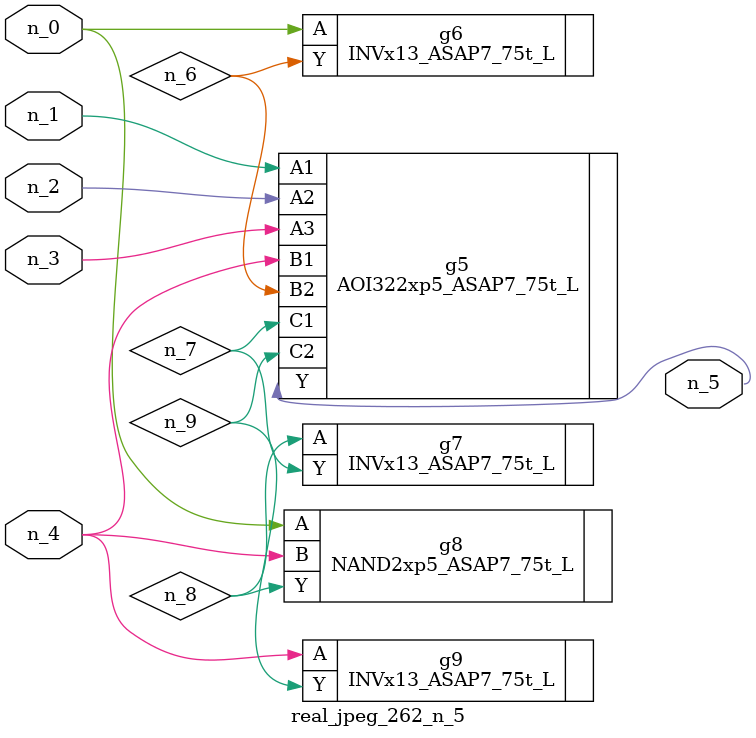
<source format=v>
module real_jpeg_262_n_5 (n_4, n_0, n_1, n_2, n_3, n_5);

input n_4;
input n_0;
input n_1;
input n_2;
input n_3;

output n_5;

wire n_8;
wire n_6;
wire n_7;
wire n_9;

INVx13_ASAP7_75t_L g6 ( 
.A(n_0),
.Y(n_6)
);

NAND2xp5_ASAP7_75t_L g8 ( 
.A(n_0),
.B(n_4),
.Y(n_8)
);

AOI322xp5_ASAP7_75t_L g5 ( 
.A1(n_1),
.A2(n_2),
.A3(n_3),
.B1(n_4),
.B2(n_6),
.C1(n_7),
.C2(n_9),
.Y(n_5)
);

INVx13_ASAP7_75t_L g9 ( 
.A(n_4),
.Y(n_9)
);

INVx13_ASAP7_75t_L g7 ( 
.A(n_8),
.Y(n_7)
);


endmodule
</source>
